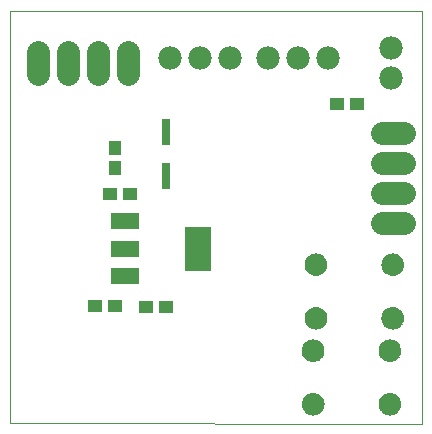
<source format=gbs>
G75*
%MOIN*%
%OFA0B0*%
%FSLAX25Y25*%
%IPPOS*%
%LPD*%
%AMOC8*
5,1,8,0,0,1.08239X$1,22.5*
%
%ADD10C,0.00000*%
%ADD11R,0.09200X0.05200*%
%ADD12R,0.09061X0.14573*%
%ADD13R,0.04731X0.04337*%
%ADD14C,0.07800*%
%ADD15C,0.07800*%
%ADD16C,0.00500*%
%ADD17R,0.02959X0.09061*%
%ADD18R,0.04337X0.04731*%
D10*
X0010658Y0015028D02*
X0010619Y0152587D01*
X0147942Y0152587D01*
X0147942Y0014871D01*
X0010658Y0015028D01*
D11*
X0048734Y0064157D03*
X0048734Y0073257D03*
X0048734Y0082357D03*
D12*
X0073135Y0073257D03*
D13*
X0062587Y0053847D03*
X0055894Y0053847D03*
X0045658Y0054162D03*
X0038965Y0054162D03*
X0043690Y0091564D03*
X0050383Y0091564D03*
X0119517Y0121564D03*
X0126209Y0121564D03*
D14*
X0134557Y0111918D02*
X0141957Y0111918D01*
X0141957Y0101918D02*
X0134557Y0101918D01*
X0134557Y0091918D02*
X0141957Y0091918D01*
X0141957Y0081918D02*
X0134557Y0081918D01*
X0049871Y0131486D02*
X0049871Y0138886D01*
X0039871Y0138886D02*
X0039871Y0131486D01*
X0029871Y0131486D02*
X0029871Y0138886D01*
X0019871Y0138886D02*
X0019871Y0131486D01*
D15*
X0063690Y0136800D03*
X0073690Y0136800D03*
X0083690Y0136800D03*
X0096485Y0136839D03*
X0106485Y0136839D03*
X0116485Y0136839D03*
X0137666Y0140028D03*
X0137666Y0130028D03*
D16*
X0138094Y0071296D02*
X0137428Y0071236D01*
X0136787Y0071048D01*
X0136194Y0070738D01*
X0135674Y0070318D01*
X0135245Y0069805D01*
X0134925Y0069219D01*
X0134725Y0068581D01*
X0134654Y0067916D01*
X0134644Y0067836D01*
X0134712Y0067163D01*
X0134910Y0066517D01*
X0135231Y0065921D01*
X0135662Y0065400D01*
X0136186Y0064972D01*
X0136783Y0064655D01*
X0137431Y0064461D01*
X0138104Y0064396D01*
X0138134Y0064376D01*
X0138795Y0064437D01*
X0139431Y0064624D01*
X0140019Y0064933D01*
X0140535Y0065350D01*
X0140959Y0065860D01*
X0141277Y0066443D01*
X0141474Y0067076D01*
X0141544Y0067736D01*
X0141564Y0067846D01*
X0141491Y0068523D01*
X0141288Y0069172D01*
X0140962Y0069769D01*
X0140526Y0070291D01*
X0139997Y0070718D01*
X0139394Y0071033D01*
X0138742Y0071225D01*
X0138064Y0071286D01*
X0138094Y0071296D01*
X0139087Y0071124D02*
X0137045Y0071124D01*
X0136055Y0070625D02*
X0140112Y0070625D01*
X0140663Y0070127D02*
X0135514Y0070127D01*
X0135149Y0069628D02*
X0141039Y0069628D01*
X0141301Y0069130D02*
X0134897Y0069130D01*
X0134741Y0068631D02*
X0141457Y0068631D01*
X0141533Y0068133D02*
X0134677Y0068133D01*
X0134665Y0067634D02*
X0141533Y0067634D01*
X0141480Y0067136D02*
X0134721Y0067136D01*
X0134874Y0066637D02*
X0141337Y0066637D01*
X0141111Y0066139D02*
X0135114Y0066139D01*
X0135463Y0065640D02*
X0140776Y0065640D01*
X0140277Y0065142D02*
X0135978Y0065142D01*
X0136823Y0064643D02*
X0139467Y0064643D01*
X0138094Y0053486D02*
X0137428Y0053426D01*
X0136787Y0053238D01*
X0136194Y0052928D01*
X0135674Y0052508D01*
X0135245Y0051995D01*
X0134925Y0051408D01*
X0134725Y0050771D01*
X0134654Y0050106D01*
X0134644Y0050026D01*
X0134712Y0049353D01*
X0134910Y0048707D01*
X0135231Y0048111D01*
X0135662Y0047589D01*
X0136186Y0047162D01*
X0136783Y0046845D01*
X0137431Y0046651D01*
X0138104Y0046586D01*
X0138134Y0046566D01*
X0138795Y0046626D01*
X0139431Y0046814D01*
X0140019Y0047123D01*
X0140535Y0047540D01*
X0140959Y0048050D01*
X0141277Y0048633D01*
X0141474Y0049266D01*
X0141544Y0049926D01*
X0141564Y0050036D01*
X0141491Y0050713D01*
X0141288Y0051362D01*
X0140962Y0051959D01*
X0140526Y0052481D01*
X0139997Y0052908D01*
X0139394Y0053223D01*
X0138742Y0053415D01*
X0138064Y0053476D01*
X0138094Y0053486D01*
X0139482Y0053177D02*
X0136672Y0053177D01*
X0135886Y0052679D02*
X0140280Y0052679D01*
X0140777Y0052180D02*
X0135400Y0052180D01*
X0135074Y0051682D02*
X0141113Y0051682D01*
X0141344Y0051183D02*
X0134855Y0051183D01*
X0134716Y0050685D02*
X0141494Y0050685D01*
X0141548Y0050186D02*
X0134663Y0050186D01*
X0134678Y0049688D02*
X0141518Y0049688D01*
X0141450Y0049189D02*
X0134762Y0049189D01*
X0134919Y0048691D02*
X0141295Y0048691D01*
X0141037Y0048192D02*
X0135187Y0048192D01*
X0135575Y0047694D02*
X0140663Y0047694D01*
X0140109Y0047195D02*
X0136145Y0047195D01*
X0137276Y0046697D02*
X0139034Y0046697D01*
X0137797Y0042564D02*
X0137119Y0042625D01*
X0137149Y0042635D01*
X0136483Y0042575D01*
X0135842Y0042386D01*
X0135249Y0042076D01*
X0134729Y0041657D01*
X0134300Y0041144D01*
X0133980Y0040557D01*
X0133780Y0039919D01*
X0133709Y0039255D01*
X0133699Y0039175D01*
X0133767Y0038502D01*
X0133966Y0037855D01*
X0134286Y0037260D01*
X0134717Y0036738D01*
X0135241Y0036311D01*
X0135838Y0035994D01*
X0136486Y0035799D01*
X0137159Y0035735D01*
X0137189Y0035715D01*
X0137850Y0035775D01*
X0138486Y0035963D01*
X0139074Y0036271D01*
X0139590Y0036689D01*
X0140015Y0037198D01*
X0140332Y0037781D01*
X0140529Y0038415D01*
X0140599Y0039075D01*
X0140619Y0039185D01*
X0140546Y0039861D01*
X0140343Y0040510D01*
X0140017Y0041108D01*
X0139581Y0041630D01*
X0139052Y0042057D01*
X0138449Y0042372D01*
X0137797Y0042564D01*
X0138758Y0042210D02*
X0135505Y0042210D01*
X0134797Y0041712D02*
X0139480Y0041712D01*
X0139929Y0041213D02*
X0134358Y0041213D01*
X0134066Y0040715D02*
X0140232Y0040715D01*
X0140435Y0040216D02*
X0133873Y0040216D01*
X0133759Y0039718D02*
X0140562Y0039718D01*
X0140615Y0039219D02*
X0133705Y0039219D01*
X0133745Y0038721D02*
X0140561Y0038721D01*
X0140469Y0038222D02*
X0133853Y0038222D01*
X0134036Y0037724D02*
X0140300Y0037724D01*
X0140029Y0037225D02*
X0134315Y0037225D01*
X0134731Y0036727D02*
X0139621Y0036727D01*
X0138991Y0036228D02*
X0135397Y0036228D01*
X0137167Y0035730D02*
X0137350Y0035730D01*
X0137149Y0024824D02*
X0136483Y0024765D01*
X0135842Y0024576D01*
X0135249Y0024266D01*
X0134729Y0023847D01*
X0134300Y0023334D01*
X0133980Y0022747D01*
X0133780Y0022109D01*
X0133709Y0021444D01*
X0133699Y0021365D01*
X0133767Y0020692D01*
X0133966Y0020045D01*
X0134286Y0019450D01*
X0134717Y0018928D01*
X0135241Y0018501D01*
X0135838Y0018184D01*
X0136486Y0017989D01*
X0137159Y0017925D01*
X0137189Y0017905D01*
X0137850Y0017965D01*
X0138486Y0018153D01*
X0139074Y0018461D01*
X0139590Y0018878D01*
X0140015Y0019388D01*
X0140332Y0019971D01*
X0140529Y0020605D01*
X0140599Y0021265D01*
X0140619Y0021375D01*
X0140546Y0022051D01*
X0140343Y0022700D01*
X0140017Y0023297D01*
X0139581Y0023819D01*
X0139052Y0024246D01*
X0138449Y0024562D01*
X0137797Y0024754D01*
X0137119Y0024815D01*
X0137149Y0024824D01*
X0137700Y0024762D02*
X0136475Y0024762D01*
X0135246Y0024264D02*
X0139018Y0024264D01*
X0139627Y0023765D02*
X0134661Y0023765D01*
X0134264Y0023267D02*
X0140034Y0023267D01*
X0140306Y0022768D02*
X0133992Y0022768D01*
X0133831Y0022270D02*
X0140478Y0022270D01*
X0140576Y0021771D02*
X0133744Y0021771D01*
X0133709Y0021273D02*
X0140600Y0021273D01*
X0140547Y0020774D02*
X0133759Y0020774D01*
X0133895Y0020276D02*
X0140427Y0020276D01*
X0140226Y0019777D02*
X0134110Y0019777D01*
X0134427Y0019279D02*
X0139923Y0019279D01*
X0139468Y0018780D02*
X0134898Y0018780D01*
X0135653Y0018282D02*
X0138732Y0018282D01*
X0115019Y0021365D02*
X0114946Y0022041D01*
X0114743Y0022690D01*
X0114417Y0023287D01*
X0113981Y0023810D01*
X0113452Y0024236D01*
X0112849Y0024552D01*
X0112197Y0024744D01*
X0111519Y0024805D01*
X0111549Y0024815D01*
X0110883Y0024755D01*
X0110242Y0024566D01*
X0109649Y0024256D01*
X0109129Y0023837D01*
X0108700Y0023324D01*
X0108380Y0022737D01*
X0108180Y0022099D01*
X0108109Y0021435D01*
X0108099Y0021355D01*
X0108167Y0020682D01*
X0108366Y0020035D01*
X0108686Y0019440D01*
X0109117Y0018918D01*
X0109641Y0018491D01*
X0110238Y0018174D01*
X0110886Y0017979D01*
X0111559Y0017915D01*
X0111589Y0017895D01*
X0112250Y0017955D01*
X0112886Y0018143D01*
X0113474Y0018451D01*
X0113990Y0018869D01*
X0114415Y0019378D01*
X0114732Y0019961D01*
X0114929Y0020595D01*
X0114999Y0021255D01*
X0115019Y0021365D01*
X0115002Y0021273D02*
X0108108Y0021273D01*
X0108145Y0021771D02*
X0114975Y0021771D01*
X0114875Y0022270D02*
X0108234Y0022270D01*
X0108397Y0022768D02*
X0114701Y0022768D01*
X0114429Y0023267D02*
X0108669Y0023267D01*
X0109069Y0023765D02*
X0114018Y0023765D01*
X0113400Y0024264D02*
X0109664Y0024264D01*
X0110967Y0024762D02*
X0111991Y0024762D01*
X0114948Y0020774D02*
X0108158Y0020774D01*
X0108292Y0020276D02*
X0114830Y0020276D01*
X0114632Y0019777D02*
X0108504Y0019777D01*
X0108819Y0019279D02*
X0114332Y0019279D01*
X0113881Y0018780D02*
X0109286Y0018780D01*
X0110035Y0018282D02*
X0113151Y0018282D01*
X0111569Y0035725D02*
X0112230Y0035785D01*
X0112866Y0035973D01*
X0113454Y0036281D01*
X0113970Y0036698D01*
X0114394Y0037208D01*
X0114712Y0037791D01*
X0114909Y0038425D01*
X0114979Y0039085D01*
X0114999Y0039195D01*
X0114926Y0039871D01*
X0114723Y0040520D01*
X0114397Y0041117D01*
X0113961Y0041639D01*
X0113432Y0042066D01*
X0112829Y0042382D01*
X0112177Y0042574D01*
X0111499Y0042635D01*
X0111529Y0042644D01*
X0110863Y0042585D01*
X0110222Y0042396D01*
X0109629Y0042086D01*
X0109109Y0041667D01*
X0108680Y0041154D01*
X0108360Y0040567D01*
X0108160Y0039929D01*
X0108089Y0039265D01*
X0108079Y0039185D01*
X0108147Y0038512D01*
X0108346Y0037865D01*
X0108666Y0037270D01*
X0109097Y0036748D01*
X0109621Y0036321D01*
X0110218Y0036004D01*
X0110866Y0035809D01*
X0111539Y0035745D01*
X0111569Y0035725D01*
X0111562Y0035730D02*
X0111622Y0035730D01*
X0113352Y0036228D02*
X0109795Y0036228D01*
X0109123Y0036727D02*
X0113993Y0036727D01*
X0114404Y0037225D02*
X0108703Y0037225D01*
X0108422Y0037724D02*
X0114675Y0037724D01*
X0114846Y0038222D02*
X0108236Y0038222D01*
X0108126Y0038721D02*
X0114940Y0038721D01*
X0114996Y0039219D02*
X0108083Y0039219D01*
X0108138Y0039718D02*
X0114943Y0039718D01*
X0114818Y0040216D02*
X0108250Y0040216D01*
X0108441Y0040715D02*
X0114617Y0040715D01*
X0114317Y0041213D02*
X0108730Y0041213D01*
X0109165Y0041712D02*
X0113872Y0041712D01*
X0113157Y0042210D02*
X0109866Y0042210D01*
X0111183Y0046835D02*
X0111831Y0046641D01*
X0112504Y0046576D01*
X0112534Y0046556D01*
X0113195Y0046616D01*
X0113831Y0046804D01*
X0114419Y0047113D01*
X0114935Y0047530D01*
X0115359Y0048040D01*
X0115677Y0048623D01*
X0115874Y0049256D01*
X0115944Y0049916D01*
X0115964Y0050026D01*
X0115891Y0050703D01*
X0115688Y0051352D01*
X0115362Y0051949D01*
X0114926Y0052471D01*
X0114397Y0052898D01*
X0113794Y0053213D01*
X0113142Y0053405D01*
X0112464Y0053466D01*
X0112494Y0053476D01*
X0111828Y0053416D01*
X0111187Y0053228D01*
X0110594Y0052918D01*
X0110074Y0052498D01*
X0109645Y0051985D01*
X0109325Y0051399D01*
X0109125Y0050761D01*
X0109054Y0050096D01*
X0109044Y0050016D01*
X0109112Y0049343D01*
X0109310Y0048697D01*
X0109631Y0048101D01*
X0110062Y0047580D01*
X0110586Y0047152D01*
X0111183Y0046835D01*
X0111644Y0046697D02*
X0113467Y0046697D01*
X0114521Y0047195D02*
X0110533Y0047195D01*
X0109967Y0047694D02*
X0115071Y0047694D01*
X0115442Y0048192D02*
X0109582Y0048192D01*
X0109314Y0048691D02*
X0115698Y0048691D01*
X0115853Y0049189D02*
X0109159Y0049189D01*
X0109077Y0049688D02*
X0115920Y0049688D01*
X0115947Y0050186D02*
X0109064Y0050186D01*
X0109117Y0050685D02*
X0115893Y0050685D01*
X0115741Y0051183D02*
X0109258Y0051183D01*
X0109480Y0051682D02*
X0115508Y0051682D01*
X0115169Y0052180D02*
X0109808Y0052180D01*
X0110298Y0052679D02*
X0114668Y0052679D01*
X0113863Y0053177D02*
X0111091Y0053177D01*
X0112514Y0064386D02*
X0113175Y0064446D01*
X0113811Y0064634D01*
X0114399Y0064943D01*
X0114915Y0065360D01*
X0115339Y0065870D01*
X0115656Y0066453D01*
X0115854Y0067086D01*
X0115924Y0067746D01*
X0115944Y0067856D01*
X0115871Y0068533D01*
X0115668Y0069182D01*
X0115342Y0069779D01*
X0114906Y0070301D01*
X0114377Y0070728D01*
X0113774Y0071043D01*
X0113122Y0071235D01*
X0112444Y0071296D01*
X0112474Y0071306D01*
X0111808Y0071246D01*
X0111167Y0071058D01*
X0110574Y0070748D01*
X0110054Y0070328D01*
X0109625Y0069815D01*
X0109305Y0069229D01*
X0109105Y0068591D01*
X0109034Y0067926D01*
X0109024Y0067846D01*
X0109092Y0067173D01*
X0109290Y0066527D01*
X0109611Y0065931D01*
X0110041Y0065410D01*
X0110566Y0064982D01*
X0111163Y0064665D01*
X0111811Y0064471D01*
X0112484Y0064406D01*
X0112514Y0064386D01*
X0111235Y0064643D02*
X0113828Y0064643D01*
X0114645Y0065142D02*
X0110370Y0065142D01*
X0109851Y0065640D02*
X0115148Y0065640D01*
X0115486Y0066139D02*
X0109499Y0066139D01*
X0109256Y0066637D02*
X0115714Y0066637D01*
X0115859Y0067136D02*
X0109104Y0067136D01*
X0109045Y0067634D02*
X0115912Y0067634D01*
X0115914Y0068133D02*
X0109056Y0068133D01*
X0109118Y0068631D02*
X0115840Y0068631D01*
X0115684Y0069130D02*
X0109274Y0069130D01*
X0109523Y0069628D02*
X0115424Y0069628D01*
X0115052Y0070127D02*
X0109886Y0070127D01*
X0110422Y0070625D02*
X0114504Y0070625D01*
X0113500Y0071124D02*
X0111392Y0071124D01*
D17*
X0062509Y0097391D03*
X0062509Y0111957D03*
D18*
X0045461Y0106721D03*
X0045461Y0100028D03*
M02*

</source>
